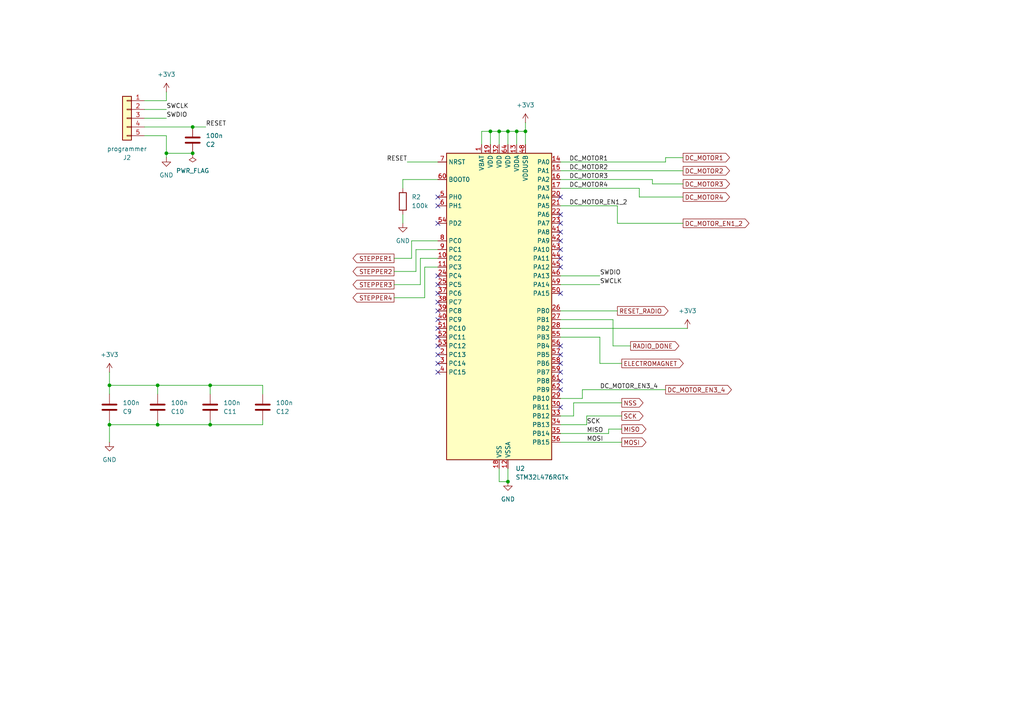
<source format=kicad_sch>
(kicad_sch (version 20231120) (generator "eeschema") (generator_version "8.0")
  (paper "A4")
  (title_block (title "sumbersible") (date "2024-07-16") (rev "1"))
  (lib_symbols
    (symbol "Connector_Generic:Conn_01x05" (pin_names (offset 1.016) hide)
      (property "Reference" "J" (at 0 7.62 0))
      (property "Value" "Conn_01x05" (at 0 -7.62 0))
      (symbol "Conn_01x05_1_1"
        (rectangle (start -1.27 -4.953) (end 0 -5.207) (stroke (width 0.1524)))
        (rectangle (start -1.27 -2.413) (end 0 -2.667) (stroke (width 0.1524)))
        (rectangle (start -1.27 0.127) (end 0 -0.127) (stroke (width 0.1524)))
        (rectangle (start -1.27 2.667) (end 0 2.413) (stroke (width 0.1524)))
        (rectangle (start -1.27 5.207) (end 0 4.953) (stroke (width 0.1524)))
        (rectangle (start -1.27 6.35) (end 1.27 -6.35) (stroke (width 0.254)) (fill (type background)))
        (pin passive line (at -5.08 5.08 0) (length 3.81) (name "Pin_1") (number "1"))
        (pin passive line (at -5.08 2.54 0) (length 3.81) (name "Pin_2") (number "2"))
        (pin passive line (at -5.08 0 0) (length 3.81) (name "Pin_3") (number "3"))
        (pin passive line (at -5.08 -2.54 0) (length 3.81) (name "Pin_4") (number "4"))
        (pin passive line (at -5.08 -5.08 0) (length 3.81) (name "Pin_5") (number "5"))
      )
    )
    (symbol "Device:C" (pin_numbers hide) (pin_names (offset 0.254))
      (property "Reference" "C" (at 0.635 2.54 0))
      (property "Value" "C" (at 0.635 -2.54 0))
      (symbol "C_0_1"
        (polyline (pts (xy -2.032 -0.762) (xy 2.032 -0.762)) (stroke (width 0.508)))
        (polyline (pts (xy -2.032 0.762) (xy 2.032 0.762)) (stroke (width 0.508)))
      )
      (symbol "C_1_1"
        (pin passive line (at 0 3.81 270) (length 2.794) (name "~") (number "1"))
        (pin passive line (at 0 -3.81 90) (length 2.794) (name "~") (number "2"))
      )
    )
    (symbol "Device:R" (pin_numbers hide) (pin_names (offset 0))
      (property "Reference" "R" (at 2.032 0 90))
      (property "Value" "R" (at 0 0 90))
      (symbol "R_0_1"
        (rectangle (start -1.016 -2.54) (end 1.016 2.54) (stroke (width 0.254)))
      )
      (symbol "R_1_1"
        (pin passive line (at 0 3.81 270) (length 1.27) (name "~") (number "1"))
        (pin passive line (at 0 -3.81 90) (length 1.27) (name "~") (number "2"))
      )
    )
    (symbol "MCU_ST_STM32L4:STM32L476RGTx"
      (property "Reference" "U" (at -15.24 46.99 0))
      (property "Value" "STM32L476RGTx" (at 10.16 46.99 0))
      (symbol "STM32L476RGTx_0_1"
        (rectangle (start -15.24 -43.18) (end 15.24 45.72) (stroke (width 0.254)) (fill (type background)))
      )
      (symbol "STM32L476RGTx_1_1"
        (pin power_in line (at -5.08 48.26 270) (length 2.54) (name "VBAT") (number "1"))
        (pin bidirectional line (at -17.78 15.24 0) (length 2.54) (name "PC2") (number "10"))
        (pin bidirectional line (at -17.78 12.7 0) (length 2.54) (name "PC3") (number "11"))
        (pin power_in line (at 2.54 -45.72 90) (length 2.54) (name "VSSA") (number "12"))
        (pin power_in line (at 5.08 48.26 270) (length 2.54) (name "VDDA") (number "13"))
        (pin bidirectional line (at 17.78 43.18 180) (length 2.54) (name "PA0") (number "14"))
        (pin bidirectional line (at 17.78 40.64 180) (length 2.54) (name "PA1") (number "15"))
        (pin bidirectional line (at 17.78 38.1 180) (length 2.54) (name "PA2") (number "16"))
        (pin bidirectional line (at 17.78 35.56 180) (length 2.54) (name "PA3") (number "17"))
        (pin power_in line (at 0 -45.72 90) (length 2.54) (name "VSS") (number "18"))
        (pin power_in line (at -2.54 48.26 270) (length 2.54) (name "VDD") (number "19"))
        (pin bidirectional line (at -17.78 -12.7 0) (length 2.54) (name "PC13") (number "2"))
        (pin bidirectional line (at 17.78 33.02 180) (length 2.54) (name "PA4") (number "20"))
        (pin bidirectional line (at 17.78 30.48 180) (length 2.54) (name "PA5") (number "21"))
        (pin bidirectional line (at 17.78 27.94 180) (length 2.54) (name "PA6") (number "22"))
        (pin bidirectional line (at 17.78 25.4 180) (length 2.54) (name "PA7") (number "23"))
        (pin bidirectional line (at -17.78 10.16 0) (length 2.54) (name "PC4") (number "24"))
        (pin bidirectional line (at -17.78 7.62 0) (length 2.54) (name "PC5") (number "25"))
        (pin bidirectional line (at 17.78 0 180) (length 2.54) (name "PB0") (number "26"))
        (pin bidirectional line (at 17.78 -2.54 180) (length 2.54) (name "PB1") (number "27"))
        (pin bidirectional line (at 17.78 -5.08 180) (length 2.54) (name "PB2") (number "28"))
        (pin bidirectional line (at 17.78 -25.4 180) (length 2.54) (name "PB10") (number "29"))
        (pin bidirectional line (at -17.78 -15.24 0) (length 2.54) (name "PC14") (number "3"))
        (pin bidirectional line (at 17.78 -27.94 180) (length 2.54) (name "PB11") (number "30"))
        (pin passive line (at 0 -45.72 90) (length 2.54) hide (name "VSS") (number "31"))
        (pin power_in line (at 0 48.26 270) (length 2.54) (name "VDD") (number "32"))
        (pin bidirectional line (at 17.78 -30.48 180) (length 2.54) (name "PB12") (number "33"))
        (pin bidirectional line (at 17.78 -33.02 180) (length 2.54) (name "PB13") (number "34"))
        (pin bidirectional line (at 17.78 -35.56 180) (length 2.54) (name "PB14") (number "35"))
        (pin bidirectional line (at 17.78 -38.1 180) (length 2.54) (name "PB15") (number "36"))
        (pin bidirectional line (at -17.78 5.08 0) (length 2.54) (name "PC6") (number "37"))
        (pin bidirectional line (at -17.78 2.54 0) (length 2.54) (name "PC7") (number "38"))
        (pin bidirectional line (at -17.78 0 0) (length 2.54) (name "PC8") (number "39"))
        (pin bidirectional line (at -17.78 -17.78 0) (length 2.54) (name "PC15") (number "4"))
        (pin bidirectional line (at -17.78 -2.54 0) (length 2.54) (name "PC9") (number "40"))
        (pin bidirectional line (at 17.78 22.86 180) (length 2.54) (name "PA8") (number "41"))
        (pin bidirectional line (at 17.78 20.32 180) (length 2.54) (name "PA9") (number "42"))
        (pin bidirectional line (at 17.78 17.78 180) (length 2.54) (name "PA10") (number "43"))
        (pin bidirectional line (at 17.78 15.24 180) (length 2.54) (name "PA11") (number "44"))
        (pin bidirectional line (at 17.78 12.7 180) (length 2.54) (name "PA12") (number "45"))
        (pin bidirectional line (at 17.78 10.16 180) (length 2.54) (name "PA13") (number "46"))
        (pin passive line (at 0 -45.72 90) (length 2.54) hide (name "VSS") (number "47"))
        (pin power_in line (at 7.62 48.26 270) (length 2.54) (name "VDDUSB") (number "48"))
        (pin bidirectional line (at 17.78 7.62 180) (length 2.54) (name "PA14") (number "49"))
        (pin bidirectional line (at -17.78 33.02 0) (length 2.54) (name "PH0") (number "5"))
        (pin bidirectional line (at 17.78 5.08 180) (length 2.54) (name "PA15") (number "50"))
        (pin bidirectional line (at -17.78 -5.08 0) (length 2.54) (name "PC10") (number "51"))
        (pin bidirectional line (at -17.78 -7.62 0) (length 2.54) (name "PC11") (number "52"))
        (pin bidirectional line (at -17.78 -10.16 0) (length 2.54) (name "PC12") (number "53"))
        (pin bidirectional line (at -17.78 25.4 0) (length 2.54) (name "PD2") (number "54"))
        (pin bidirectional line (at 17.78 -7.62 180) (length 2.54) (name "PB3") (number "55"))
        (pin bidirectional line (at 17.78 -10.16 180) (length 2.54) (name "PB4") (number "56"))
        (pin bidirectional line (at 17.78 -12.7 180) (length 2.54) (name "PB5") (number "57"))
        (pin bidirectional line (at 17.78 -15.24 180) (length 2.54) (name "PB6") (number "58"))
        (pin bidirectional line (at 17.78 -17.78 180) (length 2.54) (name "PB7") (number "59"))
        (pin bidirectional line (at -17.78 30.48 0) (length 2.54) (name "PH1") (number "6"))
        (pin input line (at -17.78 38.1 0) (length 2.54) (name "BOOT0") (number "60"))
        (pin bidirectional line (at 17.78 -20.32 180) (length 2.54) (name "PB8") (number "61"))
        (pin bidirectional line (at 17.78 -22.86 180) (length 2.54) (name "PB9") (number "62"))
        (pin passive line (at 0 -45.72 90) (length 2.54) hide (name "VSS") (number "63"))
        (pin power_in line (at 2.54 48.26 270) (length 2.54) (name "VDD") (number "64"))
        (pin input line (at -17.78 43.18 0) (length 2.54) (name "NRST") (number "7"))
        (pin bidirectional line (at -17.78 20.32 0) (length 2.54) (name "PC0") (number "8"))
        (pin bidirectional line (at -17.78 17.78 0) (length 2.54) (name "PC1") (number "9"))
      )
    )
    (symbol "power:+3V3" (power) (pin_numbers hide) (pin_names (offset 0) hide)
      (property "Value" "+3V3" (at 0 3.556 0))
      (symbol "+3V3_0_1"
        (polyline (pts (xy -0.762 1.27) (xy 0 2.54)))
        (polyline (pts (xy 0 0) (xy 0 2.54)))
        (polyline (pts (xy 0 2.54) (xy 0.762 1.27)))
      )
      (symbol "+3V3_1_1"
        (pin power_in line (at 0 0 90) (length 0) (name "~") (number "1"))
      )
    )
    (symbol "power:GND" (power) (pin_numbers hide) (pin_names (offset 0) hide)
      (property "Value" "GND" (at 0 -3.81 0))
      (symbol "GND_0_1"
        (polyline (pts (xy 0 0) (xy 0 -1.27) (xy 1.27 -1.27) (xy 0 -2.54) (xy -1.27 -1.27) (xy 0 -1.27)))
      )
      (symbol "GND_1_1"
        (pin power_in line (at 0 0 270) (length 0) (name "~") (number "1"))
      )
    )
    (symbol "power:PWR_FLAG" (power) (pin_numbers hide) (pin_names (offset 0) hide)
      (property "Value" "PWR_FLAG" (at 0 3.81 0))
      (symbol "PWR_FLAG_0_0"
        (pin power_out line (at 0 0 90) (length 0) (name "~") (number "1"))
      )
      (symbol "PWR_FLAG_0_1"
        (polyline (pts (xy 0 0) (xy 0 1.27) (xy -1.016 1.905) (xy 0 2.54) (xy 1.016 1.905) (xy 0 1.27)))
      )
    )
  )
  (junction (at 45.72 111.76))
  (junction (at 60.96 111.76))
  (junction (at 55.88 44.45))
  (junction (at 144.78 38.1))
  (junction (at 45.72 123.19))
  (junction (at 147.32 38.1))
  (junction (at 149.86 38.1))
  (junction (at 48.26 44.45))
  (junction (at 152.4 38.1))
  (junction (at 60.96 123.19))
  (junction (at 142.24 38.1))
  (junction (at 31.75 111.76))
  (junction (at 55.88 36.83))
  (junction (at 147.32 139.7))
  (junction (at 31.75 123.19))
  (no_connect (at 127 82.55))
  (no_connect (at 127 59.69))
  (no_connect (at 162.56 105.41))
  (no_connect (at 162.56 113.03))
  (no_connect (at 127 102.87))
  (no_connect (at 162.56 77.47))
  (no_connect (at 127 90.17))
  (no_connect (at 127 107.95))
  (no_connect (at 127 64.77))
  (no_connect (at 127 57.15))
  (no_connect (at 127 87.63))
  (no_connect (at 127 105.41))
  (no_connect (at 162.56 57.15))
  (no_connect (at 162.56 85.09))
  (no_connect (at 162.56 100.33))
  (no_connect (at 162.56 64.77))
  (no_connect (at 127 92.71))
  (no_connect (at 127 85.09))
  (no_connect (at 162.56 102.87))
  (no_connect (at 162.56 110.49))
  (no_connect (at 162.56 67.31))
  (no_connect (at 162.56 72.39))
  (no_connect (at 162.56 69.85))
  (no_connect (at 162.56 74.93))
  (no_connect (at 162.56 118.11))
  (no_connect (at 127 97.79))
  (no_connect (at 127 100.33))
  (no_connect (at 127 95.25))
  (no_connect (at 127 80.01))
  (no_connect (at 162.56 107.95))
  (no_connect (at 162.56 62.23))
  (wire (pts (xy 170.18 123.19) (xy 170.18 120.65)))
  (wire (pts (xy 116.84 62.23) (xy 116.84 64.77)))
  (wire (pts (xy 179.07 64.77) (xy 198.12 64.77)))
  (wire (pts (xy 162.56 82.55) (xy 173.99 82.55)))
  (wire (pts (xy 193.04 45.72) (xy 198.12 45.72)))
  (wire (pts (xy 60.96 123.19) (xy 45.72 123.19)))
  (wire (pts (xy 162.56 90.17) (xy 179.07 90.17)))
  (wire (pts (xy 118.11 46.99) (xy 127 46.99)))
  (wire (pts (xy 149.86 38.1) (xy 149.86 41.91)))
  (wire (pts (xy 162.56 128.27) (xy 180.34 128.27)))
  (wire (pts (xy 147.32 38.1) (xy 147.32 41.91)))
  (wire (pts (xy 114.3 82.55) (xy 121.92 82.55)))
  (wire (pts (xy 45.72 111.76) (xy 60.96 111.76)))
  (wire (pts (xy 179.07 59.69) (xy 179.07 64.77)))
  (wire (pts (xy 142.24 38.1) (xy 139.7 38.1)))
  (wire (pts (xy 60.96 111.76) (xy 76.2 111.76)))
  (wire (pts (xy 152.4 38.1) (xy 149.86 38.1)))
  (wire (pts (xy 173.99 97.79) (xy 173.99 105.41)))
  (wire (pts (xy 152.4 41.91) (xy 152.4 38.1)))
  (wire (pts (xy 31.75 123.19) (xy 31.75 121.92)))
  (wire (pts (xy 162.56 52.07) (xy 189.23 52.07)))
  (wire (pts (xy 166.37 120.65) (xy 166.37 116.84)))
  (wire (pts (xy 147.32 135.89) (xy 147.32 139.7)))
  (wire (pts (xy 76.2 111.76) (xy 76.2 114.3)))
  (wire (pts (xy 119.38 69.85) (xy 119.38 74.93)))
  (wire (pts (xy 162.56 125.73) (xy 176.53 125.73)))
  (wire (pts (xy 48.26 44.45) (xy 48.26 45.72)))
  (wire (pts (xy 162.56 123.19) (xy 170.18 123.19)))
  (wire (pts (xy 41.91 34.29) (xy 48.26 34.29)))
  (wire (pts (xy 147.32 38.1) (xy 144.78 38.1)))
  (wire (pts (xy 45.72 123.19) (xy 31.75 123.19)))
  (wire (pts (xy 55.88 36.83) (xy 59.69 36.83)))
  (wire (pts (xy 144.78 38.1) (xy 144.78 41.91)))
  (wire (pts (xy 127 77.47) (xy 123.19 77.47)))
  (wire (pts (xy 127 52.07) (xy 116.84 52.07)))
  (wire (pts (xy 31.75 111.76) (xy 45.72 111.76)))
  (wire (pts (xy 173.99 105.41) (xy 180.34 105.41)))
  (wire (pts (xy 76.2 123.19) (xy 60.96 123.19)))
  (wire (pts (xy 120.65 72.39) (xy 120.65 78.74)))
  (wire (pts (xy 162.56 95.25) (xy 199.39 95.25)))
  (wire (pts (xy 147.32 139.7) (xy 144.78 139.7)))
  (wire (pts (xy 45.72 111.76) (xy 45.72 114.3)))
  (wire (pts (xy 76.2 121.92) (xy 76.2 123.19)))
  (wire (pts (xy 144.78 38.1) (xy 142.24 38.1)))
  (wire (pts (xy 116.84 52.07) (xy 116.84 54.61)))
  (wire (pts (xy 120.65 78.74) (xy 114.3 78.74)))
  (wire (pts (xy 152.4 35.56) (xy 152.4 38.1)))
  (wire (pts (xy 193.04 113.03) (xy 168.91 113.03)))
  (wire (pts (xy 139.7 38.1) (xy 139.7 41.91)))
  (wire (pts (xy 185.42 57.15) (xy 185.42 54.61)))
  (wire (pts (xy 60.96 121.92) (xy 60.96 123.19)))
  (wire (pts (xy 48.26 44.45) (xy 55.88 44.45)))
  (wire (pts (xy 48.26 26.67) (xy 48.26 29.21)))
  (wire (pts (xy 48.26 39.37) (xy 48.26 44.45)))
  (wire (pts (xy 127 74.93) (xy 121.92 74.93)))
  (wire (pts (xy 162.56 49.53) (xy 198.12 49.53)))
  (wire (pts (xy 123.19 77.47) (xy 123.19 86.36)))
  (wire (pts (xy 45.72 123.19) (xy 45.72 121.92)))
  (wire (pts (xy 193.04 45.72) (xy 193.04 46.99)))
  (wire (pts (xy 142.24 38.1) (xy 142.24 41.91)))
  (wire (pts (xy 127 72.39) (xy 120.65 72.39)))
  (wire (pts (xy 162.56 54.61) (xy 185.42 54.61)))
  (wire (pts (xy 168.91 113.03) (xy 168.91 115.57)))
  (wire (pts (xy 127 69.85) (xy 119.38 69.85)))
  (wire (pts (xy 41.91 36.83) (xy 55.88 36.83)))
  (wire (pts (xy 114.3 86.36) (xy 123.19 86.36)))
  (wire (pts (xy 189.23 53.34) (xy 189.23 52.07)))
  (wire (pts (xy 189.23 53.34) (xy 198.12 53.34)))
  (wire (pts (xy 31.75 123.19) (xy 31.75 128.27)))
  (wire (pts (xy 149.86 38.1) (xy 147.32 38.1)))
  (wire (pts (xy 31.75 111.76) (xy 31.75 114.3)))
  (wire (pts (xy 119.38 74.93) (xy 114.3 74.93)))
  (wire (pts (xy 41.91 31.75) (xy 48.26 31.75)))
  (wire (pts (xy 41.91 39.37) (xy 48.26 39.37)))
  (wire (pts (xy 166.37 116.84) (xy 180.34 116.84)))
  (wire (pts (xy 144.78 139.7) (xy 144.78 135.89)))
  (wire (pts (xy 162.56 80.01) (xy 173.99 80.01)))
  (wire (pts (xy 176.53 125.73) (xy 176.53 124.46)))
  (wire (pts (xy 170.18 120.65) (xy 180.34 120.65)))
  (wire (pts (xy 41.91 29.21) (xy 48.26 29.21)))
  (wire (pts (xy 162.56 59.69) (xy 179.07 59.69)))
  (wire (pts (xy 168.91 115.57) (xy 162.56 115.57)))
  (wire (pts (xy 162.56 120.65) (xy 166.37 120.65)))
  (wire (pts (xy 60.96 111.76) (xy 60.96 114.3)))
  (wire (pts (xy 176.53 124.46) (xy 180.34 124.46)))
  (wire (pts (xy 162.56 92.71) (xy 177.8 92.71)))
  (wire (pts (xy 177.8 100.33) (xy 182.88 100.33)))
  (wire (pts (xy 177.8 92.71) (xy 177.8 100.33)))
  (wire (pts (xy 193.04 46.99) (xy 162.56 46.99)))
  (wire (pts (xy 121.92 74.93) (xy 121.92 82.55)))
  (wire (pts (xy 185.42 57.15) (xy 198.12 57.15)))
  (wire (pts (xy 31.75 107.95) (xy 31.75 111.76)))
  (wire (pts (xy 162.56 97.79) (xy 173.99 97.79)))
  (label "SWCLK" (at 48.26 31.75 0))
  (label "SWDIO" (at 48.26 34.29 0))
  (label "SWDIO" (at 173.99 80.01 0))
  (label "DC_MOTOR2" (at 165.1 49.53 0))
  (label "MOSI" (at 170.18 128.27 0))
  (label "SWCLK" (at 173.99 82.55 0))
  (label "DC_MOTOR4" (at 165.1 54.61 0))
  (label "RESET" (at 118.11 46.99 180))
  (label "DC_MOTOR_EN1_2" (at 165.1 59.69 0))
  (label "DC_MOTOR3" (at 165.1 52.07 0))
  (label "MISO" (at 170.18 125.73 0))
  (label "DC_MOTOR1" (at 165.1 46.99 0))
  (label "DC_MOTOR_EN3_4" (at 173.99 113.03 0))
  (label "SCK" (at 170.18 123.19 0))
  (label "RESET" (at 59.69 36.83 0))
  (global_label "RADIO_DONE" (shape output) (at 182.88 100.33 0) (property "Intersheetrefs" "${INTERSHEET_REFS}" (effects (hide yes))))
  (global_label "STEPPER4" (shape output) (at 114.3 86.36 180) (property "Intersheetrefs" "${INTERSHEET_REFS}" (effects (hide yes))))
  (global_label "ELECTROMAGNET" (shape output) (at 180.34 105.41 0) (property "Intersheetrefs" "${INTERSHEET_REFS}" (effects (hide yes))))
  (global_label "DC_MOTOR_EN1_2" (shape output) (at 198.12 64.77 0) (property "Intersheetrefs" "${INTERSHEET_REFS}" (effects (hide yes))))
  (global_label "MISO" (shape output) (at 180.34 124.46 0) (property "Intersheetrefs" "${INTERSHEET_REFS}" (effects (hide yes))))
  (global_label "DC_MOTOR3" (shape output) (at 198.12 53.34 0) (property "Intersheetrefs" "${INTERSHEET_REFS}" (effects (hide yes))))
  (global_label "DC_MOTOR_EN3_4" (shape output) (at 193.04 113.03 0) (property "Intersheetrefs" "${INTERSHEET_REFS}" (effects (hide yes))))
  (global_label "STEPPER1" (shape output) (at 114.3 74.93 180) (property "Intersheetrefs" "${INTERSHEET_REFS}" (effects (hide yes))))
  (global_label "RESET_RADIO" (shape output) (at 179.07 90.17 0) (property "Intersheetrefs" "${INTERSHEET_REFS}" (effects (hide yes))))
  (global_label "MOSI" (shape output) (at 180.34 128.27 0) (property "Intersheetrefs" "${INTERSHEET_REFS}" (effects (hide yes))))
  (global_label "DC_MOTOR1" (shape output) (at 198.12 45.72 0) (property "Intersheetrefs" "${INTERSHEET_REFS}" (effects (hide yes))))
  (global_label "DC_MOTOR4" (shape output) (at 198.12 57.15 0) (property "Intersheetrefs" "${INTERSHEET_REFS}" (effects (hide yes))))
  (global_label "SCK" (shape output) (at 180.34 120.65 0) (property "Intersheetrefs" "${INTERSHEET_REFS}" (effects (hide yes))))
  (global_label "STEPPER3" (shape output) (at 114.3 82.55 180) (property "Intersheetrefs" "${INTERSHEET_REFS}" (effects (hide yes))))
  (global_label "DC_MOTOR2" (shape output) (at 198.12 49.53 0) (property "Intersheetrefs" "${INTERSHEET_REFS}" (effects (hide yes))))
  (global_label "STEPPER2" (shape output) (at 114.3 78.74 180) (property "Intersheetrefs" "${INTERSHEET_REFS}" (effects (hide yes))))
  (global_label "NSS" (shape output) (at 180.34 116.84 0) (property "Intersheetrefs" "${INTERSHEET_REFS}" (effects (hide yes))))
  (symbol (lib_id "power:+3V3") (at 48.26 26.67 0) (mirror y) (unit 1)
    (property "Reference" "#PWR08" (effects (hide yes)))
    (property "Value" "+3V3" (at 48.26 21.59 0))
    (property "Description" "Power symbol creates a global label with name \"+3V3\"" (effects (hide yes)))
  )
  (symbol (lib_id "power:+3V3") (at 199.39 95.25 0) (unit 1)
    (property "Reference" "#PWR012" (effects (hide yes)))
    (property "Value" "+3V3" (at 199.39 90.17 0))
    (property "Description" "Power symbol creates a global label with name \"+3V3\"" (effects (hide yes)))
  )
  (symbol (lib_id "power:GND") (at 48.26 45.72 0) (mirror y) (unit 1)
    (property "Reference" "#PWR07" (effects (hide yes)))
    (property "Value" "GND" (at 48.26 50.8 0))
    (property "Description" "Power symbol creates a global label with name \"GND\" , ground" (effects (hide yes)))
  )
  (symbol (lib_id "power:GND") (at 31.75 128.27 0) (unit 1)
    (property "Reference" "#PWR028" (effects (hide yes)))
    (property "Value" "GND" (at 31.75 133.35 0))
    (property "Description" "Power symbol creates a global label with name \"GND\" , ground" (effects (hide yes)))
  )
  (symbol (lib_id "Device:C") (at 45.72 118.11 0) (mirror x) (unit 1)
    (property "Reference" "C10" (at 49.53 119.3801 0) (effects (justify left)))
    (property "Value" "100n" (at 49.53 116.8401 0) (effects (justify left)))
    (property "Footprint" "Capacitor_SMD:C_0805_2012Metric_Pad1.18x1.45mm_HandSolder" (effects (hide yes)))
    (property "Description" "Unpolarized capacitor" (effects (hide yes)))
  )
  (symbol (lib_id "MCU_ST_STM32L4:STM32L476RGTx") (at 144.78 90.17 0) (unit 1)
    (property "Reference" "U2" (at 149.5141 135.89 0) (effects (justify left)))
    (property "Value" "STM32L476RGTx" (at 149.5141 138.43 0) (effects (justify left)))
    (property "Footprint" "Package_QFP:LQFP-64_10x10mm_P0.5mm" (effects (hide yes)))
    (property "Datasheet" "https://www.st.com/resource/en/datasheet/stm32l476rg.pdf" (effects (hide yes)))
    (property "Description" "STMicroelectronics Arm Cortex-M4 MCU, 1024KB flash, 128KB RAM, 80 MHz, 1.71-3.6V, 51 GPIO, LQFP64" (effects (hide yes)))
  )
  (symbol (lib_id "power:+3V3") (at 152.4 35.56 0) (unit 1)
    (property "Reference" "#PWR011" (effects (hide yes)))
    (property "Value" "+3V3" (at 152.4 30.48 0))
    (property "Description" "Power symbol creates a global label with name \"+3V3\"" (effects (hide yes)))
  )
  (symbol (lib_id "Device:R") (at 116.84 58.42 0) (unit 1)
    (property "Reference" "R2" (at 119.38 57.1499 0) (effects (justify left)))
    (property "Value" "100k" (at 119.38 59.6899 0) (effects (justify left)))
    (property "Footprint" "Resistor_SMD:R_0805_2012Metric_Pad1.20x1.40mm_HandSolder" (effects (hide yes)))
    (property "Description" "Resistor" (effects (hide yes)))
  )
  (symbol (lib_id "Device:C") (at 60.96 118.11 0) (mirror x) (unit 1)
    (property "Reference" "C11" (at 64.77 119.3801 0) (effects (justify left)))
    (property "Value" "100n" (at 64.77 116.8401 0) (effects (justify left)))
    (property "Footprint" "Capacitor_SMD:C_0805_2012Metric_Pad1.18x1.45mm_HandSolder" (effects (hide yes)))
    (property "Description" "Unpolarized capacitor" (effects (hide yes)))
  )
  (symbol (lib_id "Device:C") (at 76.2 118.11 0) (mirror x) (unit 1)
    (property "Reference" "C12" (at 80.01 119.3801 0) (effects (justify left)))
    (property "Value" "100n" (at 80.01 116.8401 0) (effects (justify left)))
    (property "Footprint" "Capacitor_SMD:C_0805_2012Metric_Pad1.18x1.45mm_HandSolder" (effects (hide yes)))
    (property "Description" "Unpolarized capacitor" (effects (hide yes)))
  )
  (symbol (lib_id "power:GND") (at 147.32 139.7 0) (unit 1)
    (property "Reference" "#PWR010" (effects (hide yes)))
    (property "Value" "GND" (at 147.32 144.78 0))
    (property "Description" "Power symbol creates a global label with name \"GND\" , ground" (effects (hide yes)))
  )
  (symbol (lib_id "power:GND") (at 116.84 64.77 0) (unit 1)
    (property "Reference" "#PWR09" (effects (hide yes)))
    (property "Value" "GND" (at 116.84 69.85 0))
    (property "Description" "Power symbol creates a global label with name \"GND\" , ground" (effects (hide yes)))
  )
  (symbol (lib_id "Connector_Generic:Conn_01x05") (at 36.83 34.29 0) (mirror y) (unit 1)
    (property "Reference" "J2" (at 36.83 45.72 0))
    (property "Value" "programmer" (at 36.83 43.18 0))
    (property "Footprint" "Connector_PinSocket_2.54mm:PinSocket_1x05_P2.54mm_Vertical" (effects (hide yes)))
    (property "Description" "Generic connector, single row, 01x05, script generated (kicad-library-utils/schlib/autogen/connector/)" (effects (hide yes)))
  )
  (symbol (lib_id "Device:C") (at 31.75 118.11 0) (mirror x) (unit 1)
    (property "Reference" "C9" (at 35.56 119.3801 0) (effects (justify left)))
    (property "Value" "100n" (at 35.56 116.8401 0) (effects (justify left)))
    (property "Footprint" "Capacitor_SMD:C_0805_2012Metric_Pad1.18x1.45mm_HandSolder" (effects (hide yes)))
    (property "Description" "Unpolarized capacitor" (effects (hide yes)))
  )
  (symbol (lib_id "power:PWR_FLAG") (at 55.88 44.45 180) (unit 1)
    (property "Reference" "#FLG04" (effects (hide yes)))
    (property "Value" "PWR_FLAG" (at 55.88 49.53 0))
    (property "Description" "Special symbol for telling ERC where power comes from" (effects (hide yes)))
  )
  (symbol (lib_id "power:+3V3") (at 31.75 107.95 0) (unit 1)
    (property "Reference" "#PWR027" (effects (hide yes)))
    (property "Value" "+3V3" (at 31.75 102.87 0))
    (property "Description" "Power symbol creates a global label with name \"+3V3\"" (effects (hide yes)))
  )
  (symbol (lib_id "Device:C") (at 55.88 40.64 0) (mirror x) (unit 1)
    (property "Reference" "C2" (at 59.69 41.9101 0) (effects (justify left)))
    (property "Value" "100n" (at 59.69 39.3701 0) (effects (justify left)))
    (property "Footprint" "Capacitor_SMD:C_0805_2012Metric_Pad1.18x1.45mm_HandSolder" (effects (hide yes)))
    (property "Description" "Unpolarized capacitor" (effects (hide yes)))
  )
)
</source>
